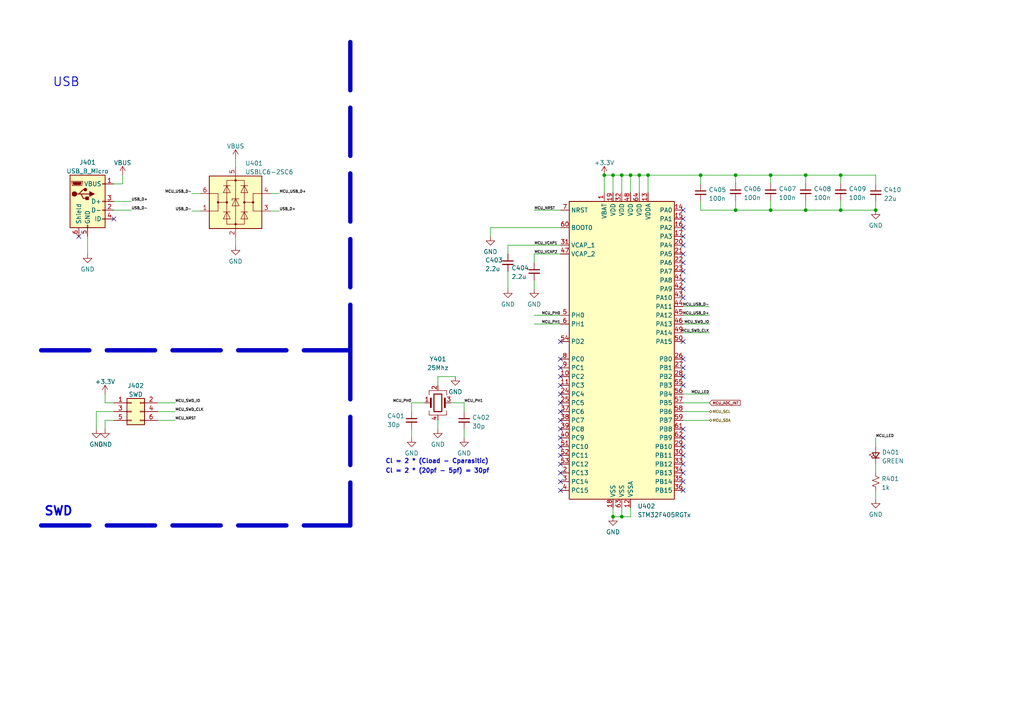
<source format=kicad_sch>
(kicad_sch (version 20211123) (generator eeschema)
  (paper "A4")
  (lib_symbols
    (symbol "Connector:USB_B_Micro" (pin_names (offset 1.016))
      (property "Reference" "J" (at -5.08 11.43 0))
      (property "Value" "USB_B_Micro" (at -5.08 8.89 0))
      (symbol "USB_B_Micro_0_1"
        (rectangle (start -5.08 -7.62) (end 5.08 7.62) (stroke (width 0.254)) (fill (type background)))
        (circle (center -3.81 2.159) (radius 0.635) (stroke (width 0.254)) (fill (type outline)))
        (circle (center -0.635 3.429) (radius 0.381) (stroke (width 0.254)) (fill (type outline)))
        (rectangle (start -0.127 -7.62) (end 0.127 -6.858))
        (polyline (pts (xy -1.905 2.159) (xy 0.635 2.159)) (stroke (width 0.254)))
        (polyline (pts (xy -3.175 2.159) (xy -2.54 2.159) (xy -1.27 3.429) (xy -0.635 3.429)) (stroke (width 0.254)))
        (polyline (pts (xy -2.54 2.159) (xy -1.905 2.159) (xy -1.27 0.889) (xy 0 0.889)) (stroke (width 0.254)))
        (polyline (pts (xy 0.635 2.794) (xy 0.635 1.524) (xy 1.905 2.159) (xy 0.635 2.794)) (stroke (width 0.254)) (fill (type outline)))
        (polyline (pts (xy -4.318 5.588) (xy -1.778 5.588) (xy -2.032 4.826) (xy -4.064 4.826) (xy -4.318 5.588)) (fill (type outline)))
        (polyline (pts (xy -4.699 5.842) (xy -4.699 5.588) (xy -4.445 4.826) (xy -4.445 4.572) (xy -1.651 4.572) (xy -1.651 4.826) (xy -1.397 5.588) (xy -1.397 5.842) (xy -4.699 5.842)))
        (rectangle (start 0.254 1.27) (end -0.508 0.508) (stroke (width 0.254)) (fill (type outline)))
        (rectangle (start 5.08 -5.207) (end 4.318 -4.953))
        (rectangle (start 5.08 -2.667) (end 4.318 -2.413))
        (rectangle (start 5.08 -0.127) (end 4.318 0.127))
        (rectangle (start 5.08 4.953) (end 4.318 5.207))
      )
      (symbol "USB_B_Micro_1_1"
        (pin power_out line (at 7.62 5.08 180) (length 2.54) (name "VBUS") (number "1"))
        (pin bidirectional line (at 7.62 -2.54 180) (length 2.54) (name "D-") (number "2"))
        (pin bidirectional line (at 7.62 0 180) (length 2.54) (name "D+") (number "3"))
        (pin passive line (at 7.62 -5.08 180) (length 2.54) (name "ID") (number "4"))
        (pin power_out line (at 0 -10.16 90) (length 2.54) (name "GND") (number "5"))
        (pin passive line (at -2.54 -10.16 90) (length 2.54) (name "Shield") (number "6"))
      )
    )
    (symbol "Connector_Generic:Conn_02x03_Odd_Even" (pin_names (offset 1.016) hide)
      (property "Reference" "J" (at 1.27 5.08 0))
      (property "Value" "Conn_02x03_Odd_Even" (at 1.27 -5.08 0))
      (symbol "Conn_02x03_Odd_Even_1_1"
        (rectangle (start -1.27 -2.413) (end 0 -2.667) (stroke (width 0.1524)))
        (rectangle (start -1.27 0.127) (end 0 -0.127) (stroke (width 0.1524)))
        (rectangle (start -1.27 2.667) (end 0 2.413) (stroke (width 0.1524)))
        (rectangle (start -1.27 3.81) (end 3.81 -3.81) (stroke (width 0.254)) (fill (type background)))
        (rectangle (start 3.81 -2.413) (end 2.54 -2.667) (stroke (width 0.1524)))
        (rectangle (start 3.81 0.127) (end 2.54 -0.127) (stroke (width 0.1524)))
        (rectangle (start 3.81 2.667) (end 2.54 2.413) (stroke (width 0.1524)))
        (pin passive line (at -5.08 2.54 0) (length 3.81) (name "Pin_1") (number "1"))
        (pin passive line (at 7.62 2.54 180) (length 3.81) (name "Pin_2") (number "2"))
        (pin passive line (at -5.08 0 0) (length 3.81) (name "Pin_3") (number "3"))
        (pin passive line (at 7.62 0 180) (length 3.81) (name "Pin_4") (number "4"))
        (pin passive line (at -5.08 -2.54 0) (length 3.81) (name "Pin_5") (number "5"))
        (pin passive line (at 7.62 -2.54 180) (length 3.81) (name "Pin_6") (number "6"))
      )
    )
    (symbol "Device:C_Small" (pin_numbers hide) (pin_names (offset 0.254) hide)
      (property "Reference" "C" (at 0.254 1.778 0))
      (property "Value" "C_Small" (at 0.254 -2.032 0))
      (symbol "C_Small_0_1"
        (polyline (pts (xy -1.524 -0.508) (xy 1.524 -0.508)) (stroke (width 0.3302)))
        (polyline (pts (xy -1.524 0.508) (xy 1.524 0.508)) (stroke (width 0.3048)))
      )
      (symbol "C_Small_1_1"
        (pin passive line (at 0 2.54 270) (length 2.032) (name "~") (number "1"))
        (pin passive line (at 0 -2.54 90) (length 2.032) (name "~") (number "2"))
      )
    )
    (symbol "Device:Crystal_GND24" (pin_names (offset 1.016) hide)
      (property "Reference" "Y" (at 3.175 5.08 0))
      (property "Value" "Crystal_GND24" (at 3.175 3.175 0))
      (symbol "Crystal_GND24_0_1"
        (rectangle (start -1.143 2.54) (end 1.143 -2.54) (stroke (width 0.3048)))
        (polyline (pts (xy -2.54 0) (xy -2.032 0)))
        (polyline (pts (xy -2.032 -1.27) (xy -2.032 1.27)) (stroke (width 0.508)))
        (polyline (pts (xy 0 -3.81) (xy 0 -3.556)))
        (polyline (pts (xy 0 3.556) (xy 0 3.81)))
        (polyline (pts (xy 2.032 -1.27) (xy 2.032 1.27)) (stroke (width 0.508)))
        (polyline (pts (xy 2.032 0) (xy 2.54 0)))
        (polyline (pts (xy -2.54 -2.286) (xy -2.54 -3.556) (xy 2.54 -3.556) (xy 2.54 -2.286)))
        (polyline (pts (xy -2.54 2.286) (xy -2.54 3.556) (xy 2.54 3.556) (xy 2.54 2.286)))
      )
      (symbol "Crystal_GND24_1_1"
        (pin passive line (at -3.81 0 0) (length 1.27) (name "1") (number "1"))
        (pin passive line (at 0 5.08 270) (length 1.27) (name "2") (number "2"))
        (pin passive line (at 3.81 0 180) (length 1.27) (name "3") (number "3"))
        (pin passive line (at 0 -5.08 90) (length 1.27) (name "4") (number "4"))
      )
    )
    (symbol "Device:LED_Small" (pin_numbers hide) (pin_names (offset 0.254) hide)
      (property "Reference" "D" (at -1.27 3.175 0))
      (property "Value" "LED_Small" (at -4.445 -2.54 0))
      (symbol "LED_Small_0_1"
        (polyline (pts (xy -0.762 -1.016) (xy -0.762 1.016)) (stroke (width 0.254)))
        (polyline (pts (xy 1.016 0) (xy -0.762 0)))
        (polyline (pts (xy 0.762 -1.016) (xy -0.762 0) (xy 0.762 1.016) (xy 0.762 -1.016)) (stroke (width 0.254)))
        (polyline (pts (xy 0 0.762) (xy -0.508 1.27) (xy -0.254 1.27) (xy -0.508 1.27) (xy -0.508 1.016)))
        (polyline (pts (xy 0.508 1.27) (xy 0 1.778) (xy 0.254 1.778) (xy 0 1.778) (xy 0 1.524)))
      )
      (symbol "LED_Small_1_1"
        (pin passive line (at -2.54 0 0) (length 1.778) (name "K") (number "1"))
        (pin passive line (at 2.54 0 180) (length 1.778) (name "A") (number "2"))
      )
    )
    (symbol "Device:R_Small_US" (pin_numbers hide) (pin_names (offset 0.254) hide)
      (property "Reference" "R" (at 0.762 0.508 0))
      (property "Value" "R_Small_US" (at 0.762 -1.016 0))
      (symbol "R_Small_US_1_1"
        (polyline (pts (xy 0 0) (xy 1.016 -0.381) (xy 0 -0.762) (xy -1.016 -1.143) (xy 0 -1.524)))
        (polyline (pts (xy 0 1.524) (xy 1.016 1.143) (xy 0 0.762) (xy -1.016 0.381) (xy 0 0)))
        (pin passive line (at 0 2.54 270) (length 1.016) (name "~") (number "1"))
        (pin passive line (at 0 -2.54 90) (length 1.016) (name "~") (number "2"))
      )
    )
    (symbol "MCU_ST_STM32F4:STM32F405RGTx"
      (property "Reference" "U" (at -15.24 44.45 0))
      (property "Value" "STM32F405RGTx" (at 10.16 44.45 0))
      (symbol "STM32F405RGTx_0_1"
        (rectangle (start -15.24 -43.18) (end 15.24 43.18) (stroke (width 0.254)) (fill (type background)))
      )
      (symbol "STM32F405RGTx_1_1"
        (pin power_in line (at -5.08 45.72 270) (length 2.54) (name "VBAT") (number "1"))
        (pin bidirectional line (at -17.78 -7.62 0) (length 2.54) (name "PC2") (number "10"))
        (pin bidirectional line (at -17.78 -10.16 0) (length 2.54) (name "PC3") (number "11"))
        (pin power_in line (at 2.54 -45.72 90) (length 2.54) (name "VSSA") (number "12"))
        (pin power_in line (at 7.62 45.72 270) (length 2.54) (name "VDDA") (number "13"))
        (pin bidirectional line (at 17.78 40.64 180) (length 2.54) (name "PA0") (number "14"))
        (pin bidirectional line (at 17.78 38.1 180) (length 2.54) (name "PA1") (number "15"))
        (pin bidirectional line (at 17.78 35.56 180) (length 2.54) (name "PA2") (number "16"))
        (pin bidirectional line (at 17.78 33.02 180) (length 2.54) (name "PA3") (number "17"))
        (pin power_in line (at -2.54 -45.72 90) (length 2.54) (name "VSS") (number "18"))
        (pin power_in line (at -2.54 45.72 270) (length 2.54) (name "VDD") (number "19"))
        (pin bidirectional line (at -17.78 -35.56 0) (length 2.54) (name "PC13") (number "2"))
        (pin bidirectional line (at 17.78 30.48 180) (length 2.54) (name "PA4") (number "20"))
        (pin bidirectional line (at 17.78 27.94 180) (length 2.54) (name "PA5") (number "21"))
        (pin bidirectional line (at 17.78 25.4 180) (length 2.54) (name "PA6") (number "22"))
        (pin bidirectional line (at 17.78 22.86 180) (length 2.54) (name "PA7") (number "23"))
        (pin bidirectional line (at -17.78 -12.7 0) (length 2.54) (name "PC4") (number "24"))
        (pin bidirectional line (at -17.78 -15.24 0) (length 2.54) (name "PC5") (number "25"))
        (pin bidirectional line (at 17.78 -2.54 180) (length 2.54) (name "PB0") (number "26"))
        (pin bidirectional line (at 17.78 -5.08 180) (length 2.54) (name "PB1") (number "27"))
        (pin bidirectional line (at 17.78 -7.62 180) (length 2.54) (name "PB2") (number "28"))
        (pin bidirectional line (at 17.78 -27.94 180) (length 2.54) (name "PB10") (number "29"))
        (pin bidirectional line (at -17.78 -38.1 0) (length 2.54) (name "PC14") (number "3"))
        (pin bidirectional line (at 17.78 -30.48 180) (length 2.54) (name "PB11") (number "30"))
        (pin power_in line (at -17.78 30.48 0) (length 2.54) (name "VCAP_1") (number "31"))
        (pin power_in line (at 0 45.72 270) (length 2.54) (name "VDD") (number "32"))
        (pin bidirectional line (at 17.78 -33.02 180) (length 2.54) (name "PB12") (number "33"))
        (pin bidirectional line (at 17.78 -35.56 180) (length 2.54) (name "PB13") (number "34"))
        (pin bidirectional line (at 17.78 -38.1 180) (length 2.54) (name "PB14") (number "35"))
        (pin bidirectional line (at 17.78 -40.64 180) (length 2.54) (name "PB15") (number "36"))
        (pin bidirectional line (at -17.78 -17.78 0) (length 2.54) (name "PC6") (number "37"))
        (pin bidirectional line (at -17.78 -20.32 0) (length 2.54) (name "PC7") (number "38"))
        (pin bidirectional line (at -17.78 -22.86 0) (length 2.54) (name "PC8") (number "39"))
        (pin bidirectional line (at -17.78 -40.64 0) (length 2.54) (name "PC15") (number "4"))
        (pin bidirectional line (at -17.78 -25.4 0) (length 2.54) (name "PC9") (number "40"))
        (pin bidirectional line (at 17.78 20.32 180) (length 2.54) (name "PA8") (number "41"))
        (pin bidirectional line (at 17.78 17.78 180) (length 2.54) (name "PA9") (number "42"))
        (pin bidirectional line (at 17.78 15.24 180) (length 2.54) (name "PA10") (number "43"))
        (pin bidirectional line (at 17.78 12.7 180) (length 2.54) (name "PA11") (number "44"))
        (pin bidirectional line (at 17.78 10.16 180) (length 2.54) (name "PA12") (number "45"))
        (pin bidirectional line (at 17.78 7.62 180) (length 2.54) (name "PA13") (number "46"))
        (pin power_in line (at -17.78 27.94 0) (length 2.54) (name "VCAP_2") (number "47"))
        (pin power_in line (at 2.54 45.72 270) (length 2.54) (name "VDD") (number "48"))
        (pin bidirectional line (at 17.78 5.08 180) (length 2.54) (name "PA14") (number "49"))
        (pin input line (at -17.78 10.16 0) (length 2.54) (name "PH0") (number "5"))
        (pin bidirectional line (at 17.78 2.54 180) (length 2.54) (name "PA15") (number "50"))
        (pin bidirectional line (at -17.78 -27.94 0) (length 2.54) (name "PC10") (number "51"))
        (pin bidirectional line (at -17.78 -30.48 0) (length 2.54) (name "PC11") (number "52"))
        (pin bidirectional line (at -17.78 -33.02 0) (length 2.54) (name "PC12") (number "53"))
        (pin bidirectional line (at -17.78 2.54 0) (length 2.54) (name "PD2") (number "54"))
        (pin bidirectional line (at 17.78 -10.16 180) (length 2.54) (name "PB3") (number "55"))
        (pin bidirectional line (at 17.78 -12.7 180) (length 2.54) (name "PB4") (number "56"))
        (pin bidirectional line (at 17.78 -15.24 180) (length 2.54) (name "PB5") (number "57"))
        (pin bidirectional line (at 17.78 -17.78 180) (length 2.54) (name "PB6") (number "58"))
        (pin bidirectional line (at 17.78 -20.32 180) (length 2.54) (name "PB7") (number "59"))
        (pin input line (at -17.78 7.62 0) (length 2.54) (name "PH1") (number "6"))
        (pin input line (at -17.78 35.56 0) (length 2.54) (name "BOOT0") (number "60"))
        (pin bidirectional line (at 17.78 -22.86 180) (length 2.54) (name "PB8") (number "61"))
        (pin bidirectional line (at 17.78 -25.4 180) (length 2.54) (name "PB9") (number "62"))
        (pin power_in line (at 0 -45.72 90) (length 2.54) (name "VSS") (number "63"))
        (pin power_in line (at 5.08 45.72 270) (length 2.54) (name "VDD") (number "64"))
        (pin input line (at -17.78 40.64 0) (length 2.54) (name "NRST") (number "7"))
        (pin bidirectional line (at -17.78 -2.54 0) (length 2.54) (name "PC0") (number "8"))
        (pin bidirectional line (at -17.78 -5.08 0) (length 2.54) (name "PC1") (number "9"))
      )
    )
    (symbol "Power_Protection:USBLC6-2SC6" (pin_names hide)
      (property "Reference" "U" (at 2.54 8.89 0))
      (property "Value" "USBLC6-2SC6" (at 2.54 -8.89 0))
      (symbol "USBLC6-2SC6_0_1"
        (rectangle (start -7.62 -7.62) (end 7.62 7.62) (stroke (width 0.254)) (fill (type background)))
        (circle (center -5.08 0) (radius 0.254) (fill (type outline)))
        (circle (center -2.54 0) (radius 0.254) (fill (type outline)))
        (rectangle (start -2.54 6.35) (end 2.54 -6.35))
        (circle (center 0 -6.35) (radius 0.254) (fill (type outline)))
        (polyline (pts (xy -5.08 -2.54) (xy -7.62 -2.54)))
        (polyline (pts (xy -5.08 0) (xy -5.08 -2.54)))
        (polyline (pts (xy -5.08 2.54) (xy -7.62 2.54)))
        (polyline (pts (xy -1.524 -2.794) (xy -3.556 -2.794)))
        (polyline (pts (xy -1.524 4.826) (xy -3.556 4.826)))
        (polyline (pts (xy 0 -7.62) (xy 0 -6.35)))
        (polyline (pts (xy 0 -6.35) (xy 0 1.27)))
        (polyline (pts (xy 0 1.27) (xy 0 6.35)))
        (polyline (pts (xy 0 6.35) (xy 0 7.62)))
        (polyline (pts (xy 1.524 -2.794) (xy 3.556 -2.794)))
        (polyline (pts (xy 1.524 4.826) (xy 3.556 4.826)))
        (polyline (pts (xy 5.08 -2.54) (xy 7.62 -2.54)))
        (polyline (pts (xy 5.08 0) (xy 5.08 -2.54)))
        (polyline (pts (xy 5.08 2.54) (xy 7.62 2.54)))
        (polyline (pts (xy -2.54 0) (xy -5.08 0) (xy -5.08 2.54)))
        (polyline (pts (xy 2.54 0) (xy 5.08 0) (xy 5.08 2.54)))
        (polyline (pts (xy -3.556 -4.826) (xy -1.524 -4.826) (xy -2.54 -2.794) (xy -3.556 -4.826)))
        (polyline (pts (xy -3.556 2.794) (xy -1.524 2.794) (xy -2.54 4.826) (xy -3.556 2.794)))
        (polyline (pts (xy -1.016 -1.016) (xy 1.016 -1.016) (xy 0 1.016) (xy -1.016 -1.016)))
        (polyline (pts (xy 1.016 1.016) (xy 0.762 1.016) (xy -1.016 1.016) (xy -1.016 0.508)))
        (polyline (pts (xy 3.556 -4.826) (xy 1.524 -4.826) (xy 2.54 -2.794) (xy 3.556 -4.826)))
        (polyline (pts (xy 3.556 2.794) (xy 1.524 2.794) (xy 2.54 4.826) (xy 3.556 2.794)))
        (circle (center 0 6.35) (radius 0.254) (fill (type outline)))
        (circle (center 2.54 0) (radius 0.254) (fill (type outline)))
        (circle (center 5.08 0) (radius 0.254) (fill (type outline)))
      )
      (symbol "USBLC6-2SC6_1_1"
        (pin passive line (at -10.16 -2.54 0) (length 2.54) (name "I/O1") (number "1"))
        (pin passive line (at 0 -10.16 90) (length 2.54) (name "GND") (number "2"))
        (pin passive line (at 10.16 -2.54 180) (length 2.54) (name "I/O2") (number "3"))
        (pin passive line (at 10.16 2.54 180) (length 2.54) (name "I/O2") (number "4"))
        (pin passive line (at 0 10.16 270) (length 2.54) (name "VBUS") (number "5"))
        (pin passive line (at -10.16 2.54 0) (length 2.54) (name "I/O1") (number "6"))
      )
    )
    (symbol "power:+3.3V" (power) (pin_names (offset 0))
      (property "Value" "+3.3V" (at 0 3.556 0))
      (symbol "+3.3V_0_1"
        (polyline (pts (xy -0.762 1.27) (xy 0 2.54)))
        (polyline (pts (xy 0 0) (xy 0 2.54)))
        (polyline (pts (xy 0 2.54) (xy 0.762 1.27)))
      )
      (symbol "+3.3V_1_1"
        (pin power_in line (at 0 0 90) (length 0) hide (name "+3.3V") (number "1"))
      )
    )
    (symbol "power:GND" (power) (pin_names (offset 0))
      (property "Value" "GND" (at 0 -3.81 0))
      (symbol "GND_0_1"
        (polyline (pts (xy 0 0) (xy 0 -1.27) (xy 1.27 -1.27) (xy 0 -2.54) (xy -1.27 -1.27) (xy 0 -1.27)))
      )
      (symbol "GND_1_1"
        (pin power_in line (at 0 0 270) (length 0) hide (name "GND") (number "1"))
      )
    )
    (symbol "power:VBUS" (power) (pin_names (offset 0))
      (property "Value" "VBUS" (at 0 3.81 0))
      (symbol "VBUS_0_1"
        (polyline (pts (xy -0.762 1.27) (xy 0 2.54)))
        (polyline (pts (xy 0 0) (xy 0 2.54)))
        (polyline (pts (xy 0 2.54) (xy 0.762 1.27)))
      )
      (symbol "VBUS_1_1"
        (pin power_in line (at 0 0 90) (length 0) hide (name "VBUS") (number "1"))
      )
    )
  )
  (junction (at 180.34 50.8))
  (junction (at 213.36 50.8))
  (junction (at 175.26 50.8))
  (junction (at 180.34 149.86))
  (junction (at 243.84 50.8))
  (junction (at 213.36 60.96))
  (junction (at 177.8 149.86))
  (junction (at 243.84 60.96))
  (junction (at 233.68 60.96))
  (junction (at 223.52 50.8))
  (junction (at 187.96 50.8))
  (junction (at 254 60.96))
  (junction (at 182.88 50.8))
  (junction (at 203.2 50.8))
  (junction (at 233.68 50.8))
  (junction (at 223.52 60.96))
  (junction (at 185.42 50.8))
  (junction (at 177.8 50.8))
  (no_connect (at 198.12 134.62))
  (no_connect (at 198.12 63.5))
  (no_connect (at 198.12 106.68))
  (no_connect (at 162.56 121.92))
  (no_connect (at 162.56 106.68))
  (no_connect (at 198.12 132.08))
  (no_connect (at 198.12 104.14))
  (no_connect (at 162.56 99.06))
  (no_connect (at 33.02 63.5))
  (no_connect (at 162.56 134.62))
  (no_connect (at 162.56 119.38))
  (no_connect (at 162.56 114.3))
  (no_connect (at 198.12 83.82))
  (no_connect (at 198.12 60.96))
  (no_connect (at 198.12 129.54))
  (no_connect (at 198.12 99.06))
  (no_connect (at 198.12 139.7))
  (no_connect (at 198.12 111.76))
  (no_connect (at 198.12 71.12))
  (no_connect (at 198.12 78.74))
  (no_connect (at 162.56 137.16))
  (no_connect (at 198.12 76.2))
  (no_connect (at 198.12 137.16))
  (no_connect (at 162.56 142.24))
  (no_connect (at 198.12 124.46))
  (no_connect (at 198.12 68.58))
  (no_connect (at 162.56 132.08))
  (no_connect (at 162.56 116.84))
  (no_connect (at 198.12 81.28))
  (no_connect (at 162.56 124.46))
  (no_connect (at 162.56 127))
  (no_connect (at 198.12 142.24))
  (no_connect (at 162.56 111.76))
  (no_connect (at 198.12 109.22))
  (no_connect (at 22.86 68.58))
  (no_connect (at 198.12 66.04))
  (no_connect (at 162.56 109.22))
  (no_connect (at 162.56 129.54))
  (no_connect (at 198.12 86.36))
  (no_connect (at 162.56 104.14))
  (no_connect (at 162.56 139.7))
  (no_connect (at 198.12 127))
  (no_connect (at 198.12 73.66))
  (wire (pts (xy 162.56 71.12) (xy 147.32 71.12)))
  (wire (pts (xy 154.94 91.44) (xy 162.56 91.44)))
  (wire (pts (xy 147.32 71.12) (xy 147.32 73.66)))
  (wire (pts (xy 243.84 50.8) (xy 243.84 53.086)))
  (wire (pts (xy 175.26 50.8) (xy 177.8 50.8)))
  (wire (pts (xy 177.8 149.86) (xy 180.34 149.86)))
  (wire (pts (xy 175.26 55.88) (xy 175.26 50.8)))
  (wire (pts (xy 78.486 61.214) (xy 81.026 61.214)))
  (wire (pts (xy 223.52 58.166) (xy 223.52 60.96)))
  (wire (pts (xy 185.42 50.8) (xy 187.96 50.8)))
  (wire (pts (xy 213.36 60.96) (xy 223.52 60.96)))
  (wire (pts (xy 254 127) (xy 254 129.54)))
  (wire (pts (xy 198.12 116.84) (xy 205.74 116.84)))
  (wire (pts (xy 213.36 50.8) (xy 213.36 53.086)))
  (wire (pts (xy 177.8 50.8) (xy 177.8 55.88)))
  (wire (pts (xy 233.68 50.8) (xy 233.68 53.086)))
  (wire (pts (xy 198.12 93.98) (xy 205.74 93.98)))
  (wire (pts (xy 30.48 121.92) (xy 30.48 124.46)))
  (polyline (pts (xy 101.6 101.854) (xy 101.6 152.4)) (stroke (width 1.27)))
  (wire (pts (xy 254 142.24) (xy 254 144.78)))
  (wire (pts (xy 33.02 119.38) (xy 27.94 119.38)))
  (wire (pts (xy 198.12 96.52) (xy 205.74 96.52)))
  (wire (pts (xy 45.72 121.92) (xy 50.8 121.92)))
  (wire (pts (xy 243.84 60.96) (xy 254 60.96)))
  (wire (pts (xy 223.52 60.96) (xy 233.68 60.96)))
  (wire (pts (xy 213.36 58.166) (xy 213.36 60.96)))
  (wire (pts (xy 134.62 116.84) (xy 134.62 119.38)))
  (wire (pts (xy 182.88 50.8) (xy 185.42 50.8)))
  (wire (pts (xy 45.72 119.38) (xy 50.8 119.38)))
  (wire (pts (xy 33.02 116.84) (xy 30.48 116.84)))
  (wire (pts (xy 203.2 58.42) (xy 203.2 60.96)))
  (wire (pts (xy 198.12 88.9) (xy 205.74 88.9)))
  (wire (pts (xy 233.68 50.8) (xy 243.84 50.8)))
  (wire (pts (xy 198.12 121.92) (xy 205.74 121.92)))
  (wire (pts (xy 35.56 53.34) (xy 35.56 50.8)))
  (wire (pts (xy 127 109.22) (xy 132.08 109.22)))
  (wire (pts (xy 198.12 91.44) (xy 205.74 91.44)))
  (wire (pts (xy 177.8 147.32) (xy 177.8 149.86)))
  (wire (pts (xy 187.96 50.8) (xy 187.96 55.88)))
  (wire (pts (xy 33.02 53.34) (xy 35.56 53.34)))
  (wire (pts (xy 203.2 60.96) (xy 213.36 60.96)))
  (wire (pts (xy 213.36 50.8) (xy 223.52 50.8)))
  (wire (pts (xy 30.48 114.3) (xy 30.48 116.84)))
  (wire (pts (xy 254 50.8) (xy 254 53.34)))
  (wire (pts (xy 154.94 81.28) (xy 154.94 83.82)))
  (wire (pts (xy 180.34 50.8) (xy 180.34 55.88)))
  (wire (pts (xy 182.88 55.88) (xy 182.88 50.8)))
  (wire (pts (xy 203.2 50.8) (xy 203.2 53.34)))
  (wire (pts (xy 127 111.76) (xy 127 109.22)))
  (wire (pts (xy 223.52 50.8) (xy 233.68 50.8)))
  (wire (pts (xy 33.02 121.92) (xy 30.48 121.92)))
  (wire (pts (xy 78.486 56.134) (xy 81.026 56.134)))
  (wire (pts (xy 182.88 149.86) (xy 182.88 147.32)))
  (wire (pts (xy 68.326 45.974) (xy 68.326 48.514)))
  (wire (pts (xy 180.34 149.86) (xy 182.88 149.86)))
  (wire (pts (xy 33.02 58.42) (xy 38.1 58.42)))
  (polyline (pts (xy 11.938 101.6) (xy 101.6 101.6)) (stroke (width 1.27)))
  (wire (pts (xy 187.96 50.8) (xy 203.2 50.8)))
  (wire (pts (xy 55.626 61.214) (xy 58.166 61.214)))
  (wire (pts (xy 119.38 116.84) (xy 123.19 116.84)))
  (wire (pts (xy 119.38 116.84) (xy 119.38 119.38)))
  (wire (pts (xy 127 121.92) (xy 127 124.46)))
  (wire (pts (xy 154.94 93.98) (xy 162.56 93.98)))
  (wire (pts (xy 198.12 119.38) (xy 205.74 119.38)))
  (wire (pts (xy 68.326 68.834) (xy 68.326 71.374)))
  (wire (pts (xy 45.72 116.84) (xy 50.8 116.84)))
  (wire (pts (xy 198.12 114.3) (xy 205.74 114.3)))
  (wire (pts (xy 33.02 60.96) (xy 38.1 60.96)))
  (wire (pts (xy 177.8 50.8) (xy 180.34 50.8)))
  (wire (pts (xy 25.4 68.58) (xy 25.4 73.66)))
  (wire (pts (xy 55.626 56.134) (xy 58.166 56.134)))
  (wire (pts (xy 180.34 50.8) (xy 182.88 50.8)))
  (wire (pts (xy 142.24 66.04) (xy 142.24 68.58)))
  (polyline (pts (xy 11.938 152.4) (xy 101.6 152.4)) (stroke (width 1.27)))
  (wire (pts (xy 134.62 124.46) (xy 134.62 127)))
  (wire (pts (xy 233.68 60.96) (xy 243.84 60.96)))
  (wire (pts (xy 185.42 50.8) (xy 185.42 55.88)))
  (wire (pts (xy 243.84 58.166) (xy 243.84 60.96)))
  (wire (pts (xy 243.84 50.8) (xy 254 50.8)))
  (wire (pts (xy 180.34 147.32) (xy 180.34 149.86)))
  (wire (pts (xy 233.68 58.166) (xy 233.68 60.96)))
  (wire (pts (xy 154.94 60.96) (xy 162.56 60.96)))
  (wire (pts (xy 223.52 50.8) (xy 223.52 53.086)))
  (wire (pts (xy 119.38 124.46) (xy 119.38 127)))
  (wire (pts (xy 147.32 78.74) (xy 147.32 83.82)))
  (wire (pts (xy 154.94 73.66) (xy 154.94 76.2)))
  (polyline (pts (xy 101.6 12.192) (xy 101.6 101.6)) (stroke (width 1.27)))
  (wire (pts (xy 203.2 50.8) (xy 213.36 50.8)))
  (wire (pts (xy 142.24 66.04) (xy 162.56 66.04)))
  (wire (pts (xy 254 134.62) (xy 254 137.16)))
  (wire (pts (xy 27.94 119.38) (xy 27.94 124.46)))
  (wire (pts (xy 130.81 116.84) (xy 134.62 116.84)))
  (wire (pts (xy 162.56 73.66) (xy 154.94 73.66)))
  (wire (pts (xy 254 60.96) (xy 254 58.42)))
  (text "Cl = 2 * (20pf - 5pf) = 30pf" (at 111.76 137.414 0) (effects (font (size 1.27 1.27) bold) (justify left bottom)))
  (text "Cl = 2 * (Cload - Cparasitic)" (at 111.76 134.62 0) (effects (font (size 1.27 1.27) bold) (justify left bottom)))
  (text "USB" (at 15.24 25.4 0) (effects (font (size 2.54 2.54) (thickness 0.254) bold) (justify left bottom)))
  (text "SWD" (at 12.7 149.86 0) (effects (font (size 2.54 2.54) bold) (justify left bottom)))
  (label "MCU_USB_D+" (at 81.026 56.134 0) (effects (font (size 0.762 0.762))))
  (label "MCU_USB_D+" (at 205.74 91.44 180) (effects (font (size 0.762 0.762))))
  (label "MCU_PH0" (at 119.38 116.84 180) (effects (font (size 0.762 0.762))))
  (label "MCU_SWD_CLK" (at 205.74 96.52 180) (effects (font (size 0.762 0.762))))
  (label "MCU_USB_D-" (at 205.74 88.9 180) (effects (font (size 0.762 0.762))))
  (label "MCU_VCAP1" (at 154.94 71.12 0) (effects (font (size 0.762 0.762))))
  (label "MCU_LED" (at 254 127 0) (effects (font (size 0.762 0.762))))
  (label "MCU_PH0" (at 162.56 91.44 180) (effects (font (size 0.762 0.762))))
  (label "USB_D+" (at 81.026 61.214 0) (effects (font (size 0.762 0.762))))
  (label "MCU_VCAP2" (at 154.94 73.66 0) (effects (font (size 0.762 0.762))))
  (label "USB_D-" (at 55.626 61.214 180) (effects (font (size 0.762 0.762))))
  (label "MCU_PH1" (at 162.56 93.98 180) (effects (font (size 0.762 0.762))))
  (label "MCU_SWD_CLK" (at 50.8 119.38 0) (effects (font (size 0.762 0.762))))
  (label "MCU_NRST" (at 50.8 121.92 0) (effects (font (size 0.762 0.762))))
  (label "USB_D-" (at 38.1 60.96 0) (effects (font (size 0.762 0.762))))
  (label "MCU_LED" (at 205.74 114.3 180) (effects (font (size 0.762 0.762))))
  (label "MCU_SWD_IO" (at 205.74 93.98 180) (effects (font (size 0.762 0.762))))
  (label "MCU_SWD_IO" (at 50.8 116.84 0) (effects (font (size 0.762 0.762))))
  (label "MCU_NRST" (at 154.94 60.96 0) (effects (font (size 0.762 0.762))))
  (label "MCU_PH1" (at 134.62 116.84 0) (effects (font (size 0.762 0.762))))
  (label "USB_D+" (at 38.1 58.42 0) (effects (font (size 0.762 0.762))))
  (label "MCU_USB_D-" (at 55.626 56.134 180) (effects (font (size 0.762 0.762))))
  (global_label "MCU_ADC_INT" (shape input) (at 205.74 116.84 0) (effects (font (size 0.762 0.762))) (property "Intersheet References" "${INTERSHEET_REFS}" (effects hide)))
  (hierarchical_label "MCU_SCL" (shape tri_state) (at 205.74 119.38 0) (effects (font (size 0.762 0.762))))
  (hierarchical_label "MCU_SDA" (shape bidirectional) (at 205.74 121.92 0) (effects (font (size 0.762 0.762))))
  (symbol (lib_id "power:VBUS") (at 68.326 45.974 0) (unit 1)
    (property "Reference" "#PWR0406" (effects hide))
    (property "Value" "VBUS" (at 68.326 42.3982 0))
  )
  (symbol (lib_id "power:GND") (at 25.4 73.66 0) (unit 1)
    (property "Reference" "#PWR0401" (effects hide))
    (property "Value" "GND" (at 25.4 78.1034 0))
  )
  (symbol (lib_id "power:GND") (at 254 60.96 0) (unit 1)
    (property "Reference" "#PWR0417" (effects hide))
    (property "Value" "GND" (at 254 65.4034 0))
  )
  (symbol (lib_id "Device:C_Small") (at 203.2 55.88 0) (unit 1)
    (property "Reference" "C405" (at 205.5241 55.0516 0) (effects (justify left)))
    (property "Value" "100n" (at 205.5241 57.5885 0) (effects (justify left)))
    (property "Footprint" "Capacitor_SMD:C_0603_1608Metric" (effects hide))
    (property "LCSC" "C57112" (effects hide))
  )
  (symbol (lib_id "power:GND") (at 154.94 83.82 0) (unit 1)
    (property "Reference" "#PWR0414" (effects hide))
    (property "Value" "GND" (at 154.94 88.2634 0))
  )
  (symbol (lib_id "power:GND") (at 134.62 127 0) (unit 1)
    (property "Reference" "#PWR0411" (effects hide))
    (property "Value" "GND" (at 134.62 131.4434 0))
  )
  (symbol (lib_id "Device:C_Small") (at 233.68 55.626 0) (unit 1)
    (property "Reference" "C408" (at 236.0041 54.7976 0) (effects (justify left)))
    (property "Value" "100n" (at 236.0041 57.3345 0) (effects (justify left)))
    (property "Footprint" "Capacitor_SMD:C_0603_1608Metric" (effects hide))
    (property "LCSC" "C57112" (effects hide))
  )
  (symbol (lib_id "power:+3.3V") (at 30.48 114.3 0) (unit 1)
    (property "Reference" "#PWR0403" (effects hide))
    (property "Value" "+3.3V" (at 30.48 110.7242 0))
  )
  (symbol (lib_id "Device:C_Small") (at 154.94 78.74 0) (unit 1)
    (property "Reference" "C404" (at 148.336 77.7271 0) (effects (justify left)))
    (property "Value" "2.2u" (at 148.336 80.264 0) (effects (justify left)))
    (property "Footprint" "Capacitor_SMD:C_0603_1608Metric" (effects hide))
    (property "LCSC" "C106853" (effects hide))
  )
  (symbol (lib_id "Device:C_Small") (at 254 55.88 0) (unit 1)
    (property "Reference" "C410" (at 256.3241 55.0516 0) (effects (justify left)))
    (property "Value" "22u" (at 256.3241 57.5885 0) (effects (justify left)))
    (property "Footprint" "Capacitor_SMD:C_0805_2012Metric" (effects hide))
    (property "LCSC" "C45783" (effects hide))
  )
  (symbol (lib_id "power:GND") (at 177.8 149.86 0) (unit 1)
    (property "Reference" "#PWR0416" (effects hide))
    (property "Value" "GND" (at 177.8 154.3034 0))
  )
  (symbol (lib_id "Connector:USB_B_Micro") (at 25.4 58.42 0) (unit 1)
    (property "Reference" "J401" (at 25.4 47.1002 0))
    (property "Value" "USB_B_Micro" (at 25.4 49.6371 0))
    (property "Footprint" "Connector_USB:USB_Micro-B_Amphenol_10104110_Horizontal" (effects hide))
    (property "LCSC" "C2931352" (effects hide))
  )
  (symbol (lib_id "power:+3.3V") (at 175.26 50.8 0) (unit 1)
    (property "Reference" "#PWR0415" (effects hide))
    (property "Value" "+3.3V" (at 175.26 47.2242 0))
  )
  (symbol (lib_id "Device:C_Small") (at 213.36 55.626 0) (unit 1)
    (property "Reference" "C406" (at 215.6841 54.7976 0) (effects (justify left)))
    (property "Value" "100n" (at 215.6841 57.3345 0) (effects (justify left)))
    (property "Footprint" "Capacitor_SMD:C_0603_1608Metric" (effects hide))
    (property "LCSC" "C57112" (effects hide))
  )
  (symbol (lib_id "Device:C_Small") (at 134.62 121.92 0) (unit 1)
    (property "Reference" "C402" (at 136.9441 121.0916 0) (effects (justify left)))
    (property "Value" "30p" (at 136.9441 123.6285 0) (effects (justify left)))
    (property "Footprint" "Capacitor_SMD:C_0603_1608Metric" (effects hide))
    (property "LCSC" "C1658" (effects hide))
  )
  (symbol (lib_id "power:VBUS") (at 35.56 50.8 0) (unit 1)
    (property "Reference" "#PWR0405" (effects hide))
    (property "Value" "VBUS" (at 35.56 47.2242 0))
  )
  (symbol (lib_id "power:GND") (at 30.48 124.46 0) (unit 1)
    (property "Reference" "#PWR0404" (effects hide))
    (property "Value" "GND" (at 30.48 128.9034 0))
  )
  (symbol (lib_id "power:GND") (at 254 144.78 0) (unit 1)
    (property "Reference" "#PWR0418" (effects hide))
    (property "Value" "GND" (at 254 149.2234 0))
  )
  (symbol (lib_id "Device:LED_Small") (at 254 132.08 90) (unit 1)
    (property "Reference" "D401" (at 255.778 131.1818 90) (effects (justify right)))
    (property "Value" "GREEN" (at 255.778 133.7187 90) (effects (justify right)))
    (property "Footprint" "LED_SMD:LED_0805_2012Metric" (effects hide))
    (property "LCSC" "C142303" (effects hide))
  )
  (symbol (lib_id "power:GND") (at 132.08 109.22 0) (unit 1)
    (property "Reference" "#PWR0410" (effects hide))
    (property "Value" "GND" (at 132.08 113.6634 0))
  )
  (symbol (lib_id "power:GND") (at 147.32 83.82 0) (unit 1)
    (property "Reference" "#PWR0413" (effects hide))
    (property "Value" "GND" (at 147.32 88.2634 0))
  )
  (symbol (lib_id "MCU_ST_STM32F4:STM32F405RGTx") (at 180.34 101.6 0) (unit 1)
    (property "Reference" "U402" (at 184.8994 146.8104 0) (effects (justify left)))
    (property "Value" "STM32F405RGTx" (at 184.8994 149.3473 0) (effects (justify left)))
    (property "Footprint" "Package_QFP:LQFP-64_10x10mm_P0.5mm" (effects hide))
    (property "Datasheet" "http://www.st.com/st-web-ui/static/active/en/resource/technical/document/datasheet/DM00037051.pdf" (effects hide))
    (property "LCSC" "C15742" (effects hide))
  )
  (symbol (lib_id "power:GND") (at 127 124.46 0) (unit 1)
    (property "Reference" "#PWR0409" (effects hide))
    (property "Value" "GND" (at 127 128.9034 0))
  )
  (symbol (lib_id "Device:C_Small") (at 119.38 121.92 0) (unit 1)
    (property "Reference" "C401" (at 112.268 120.6531 0) (effects (justify left)))
    (property "Value" "30p" (at 112.268 123.19 0) (effects (justify left)))
    (property "Footprint" "Capacitor_SMD:C_0603_1608Metric" (effects hide))
    (property "LCSC" "C1658" (effects hide))
  )
  (symbol (lib_id "Device:C_Small") (at 243.84 55.626 0) (unit 1)
    (property "Reference" "C409" (at 246.1641 54.7976 0) (effects (justify left)))
    (property "Value" "100n" (at 246.1641 57.3345 0) (effects (justify left)))
    (property "Footprint" "Capacitor_SMD:C_0603_1608Metric" (effects hide))
    (property "LCSC" "C57112" (effects hide))
  )
  (symbol (lib_id "Device:C_Small") (at 147.32 76.2 0) (unit 1)
    (property "Reference" "C403" (at 140.716 75.4411 0) (effects (justify left)))
    (property "Value" "2.2u" (at 140.716 77.978 0) (effects (justify left)))
    (property "Footprint" "Capacitor_SMD:C_0603_1608Metric" (effects hide))
    (property "LCSC" "C106853" (effects hide))
  )
  (symbol (lib_id "Power_Protection:USBLC6-2SC6") (at 68.326 58.674 0) (unit 1)
    (property "Reference" "U401" (at 71.0947 47.3542 0) (effects (justify left)))
    (property "Value" "USBLC6-2SC6" (at 71.0947 49.8911 0) (effects (justify left)))
    (property "Footprint" "Package_TO_SOT_SMD:SOT-23-6" (effects hide))
    (property "Datasheet" "https://www.st.com/resource/en/datasheet/usblc6-2.pdf" (effects hide))
    (property "LCSC" "C2827654" (effects hide))
  )
  (symbol (lib_id "Device:Crystal_GND24") (at 127 116.84 0) (unit 1)
    (property "Reference" "Y401" (at 127 104.1431 0))
    (property "Value" "25Mhz" (at 127 106.68 0))
    (property "Footprint" "Crystal:Crystal_SMD_3225-4Pin_3.2x2.5mm" (effects hide))
    (property "LCSC" "C438901" (effects hide))
  )
  (symbol (lib_id "power:GND") (at 142.24 68.58 0) (unit 1)
    (property "Reference" "#PWR0412" (effects hide))
    (property "Value" "GND" (at 142.24 73.0234 0))
  )
  (symbol (lib_id "power:GND") (at 68.326 71.374 0) (unit 1)
    (property "Reference" "#PWR0407" (effects hide))
    (property "Value" "GND" (at 68.326 75.8174 0))
  )
  (symbol (lib_id "power:GND") (at 27.94 124.46 0) (unit 1)
    (property "Reference" "#PWR0402" (effects hide))
    (property "Value" "GND" (at 27.94 128.9034 0))
  )
  (symbol (lib_id "Device:C_Small") (at 223.52 55.626 0) (unit 1)
    (property "Reference" "C407" (at 225.8441 54.7976 0) (effects (justify left)))
    (property "Value" "100n" (at 225.8441 57.3345 0) (effects (justify left)))
    (property "Footprint" "Capacitor_SMD:C_0603_1608Metric" (effects hide))
    (property "LCSC" "C57112" (effects hide))
  )
  (symbol (lib_id "power:GND") (at 119.38 127 0) (unit 1)
    (property "Reference" "#PWR0408" (effects hide))
    (property "Value" "GND" (at 119.38 131.4434 0))
  )
  (symbol (lib_id "Device:R_Small_US") (at 254 139.7 0) (unit 1)
    (property "Reference" "R401" (at 255.651 138.8653 0) (effects (justify left)))
    (property "Value" "1k" (at 255.651 141.4022 0) (effects (justify left)))
    (property "Footprint" "Resistor_SMD:R_0603_1608Metric" (effects hide))
    (property "LCSC" "C105580" (effects hide))
  )
  (symbol (lib_id "Connector_Generic:Conn_02x03_Odd_Even") (at 38.1 119.38 0) (unit 1)
    (property "Reference" "J402" (at 39.37 111.8702 0))
    (property "Value" "SWD" (at 39.37 114.4071 0))
    (property "Footprint" "Connector_PinHeader_2.54mm:PinHeader_2x03_P2.54mm_Vertical" (effects hide))
  )
)
</source>
